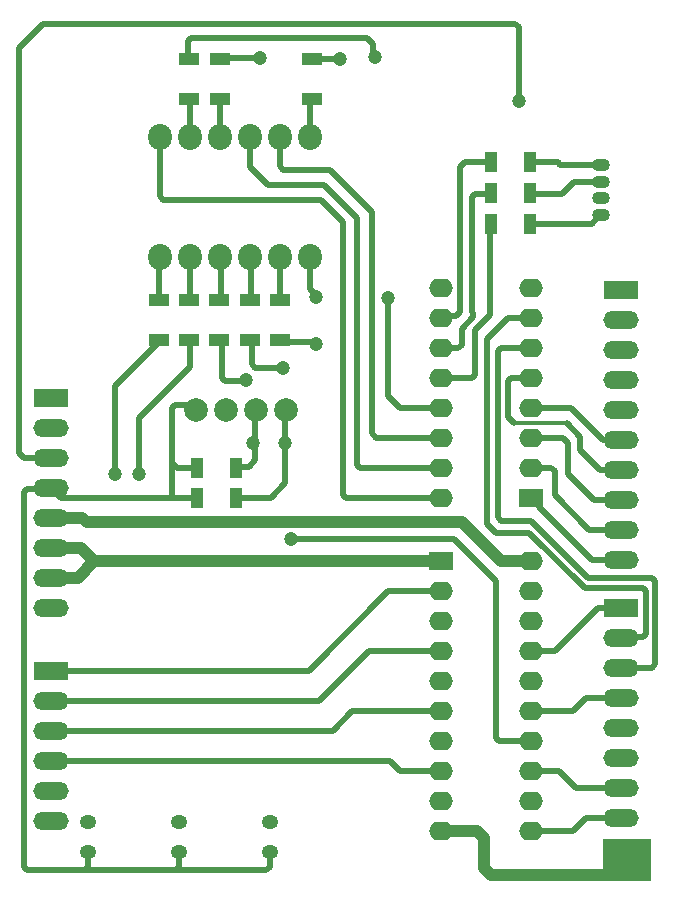
<source format=gbr>
G04*
G04 #@! TF.GenerationSoftware,Altium Limited,Altium Designer,24.2.2 (26)*
G04*
G04 Layer_Physical_Order=2*
G04 Layer_Color=16711680*
%FSLAX44Y44*%
%MOMM*%
G71*
G04*
G04 #@! TF.SameCoordinates,2868F377-7641-4E66-942F-0D50B4D8385F*
G04*
G04*
G04 #@! TF.FilePolarity,Positive*
G04*
G01*
G75*
%ADD14R,1.7000X1.0500*%
%ADD29C,0.5000*%
%ADD30C,1.0000*%
%ADD31C,0.3000*%
%ADD32R,4.0640X3.5560*%
%ADD33O,1.4000X1.2000*%
%ADD34O,2.0000X2.2000*%
%ADD35O,3.0000X1.5000*%
%ADD36R,3.0000X1.5000*%
%ADD37O,1.5000X1.1000*%
%ADD38O,2.0000X1.6000*%
%ADD39C,2.0000*%
%ADD40R,2.0000X1.6000*%
%ADD41C,1.2000*%
%ADD42R,1.0500X1.7000*%
D14*
X179705Y465570D02*
D03*
Y499070D02*
D03*
X231140Y465570D02*
D03*
Y499070D02*
D03*
X180340Y702830D02*
D03*
Y669330D02*
D03*
X128270Y465570D02*
D03*
Y499070D02*
D03*
X153988Y465570D02*
D03*
Y499070D02*
D03*
X205422Y465570D02*
D03*
Y499070D02*
D03*
X257810Y702830D02*
D03*
Y669330D02*
D03*
X153670Y702830D02*
D03*
Y669330D02*
D03*
D29*
X488950Y255270D02*
X538091D01*
X541020Y252341D01*
Y216341D02*
Y252341D01*
X538091Y213412D02*
X541020Y216341D01*
X519430Y213360D02*
X519482Y213412D01*
X538091D01*
X128905Y499070D02*
Y535305D01*
X206375Y499070D02*
Y535305D01*
X153670Y669330D02*
X154940Y668060D01*
Y637540D02*
Y668060D01*
X180340Y669330D02*
X180340Y669330D01*
X180340Y637540D02*
Y669330D01*
X281887Y703070D02*
X282127Y703309D01*
X258050Y703070D02*
X281887D01*
X257810Y702830D02*
X258050Y703070D01*
X181902Y704392D02*
X214023D01*
X180340Y702830D02*
X181902Y704392D01*
X214023D02*
X214511Y703905D01*
X256540Y668060D02*
X257810Y669330D01*
X256540Y637540D02*
Y668060D01*
X153050Y703450D02*
Y718431D01*
Y703450D02*
X153670Y702830D01*
X309677Y706323D02*
X311150Y704850D01*
X309677Y706323D02*
Y716221D01*
X304538Y721360D02*
X309677Y716221D01*
X155979Y721360D02*
X304538D01*
X153050Y718431D02*
X155979Y721360D01*
X393700Y488950D02*
Y586351D01*
X396629Y589280D01*
X408910D01*
X443220D02*
X469900D01*
X443220Y615950D02*
X466090D01*
X468540Y613500D02*
X502920D01*
X466090Y615950D02*
X468540Y613500D01*
X387350Y615950D02*
X408910D01*
X383540Y612140D02*
X387350Y615950D01*
X383540Y488950D02*
Y612140D01*
X379998Y485408D02*
X383540Y488950D01*
X368568Y485408D02*
X379998D01*
X367030Y483870D02*
X368568Y485408D01*
X393700Y488950D02*
X394169Y488481D01*
Y484339D02*
Y488481D01*
X384810Y474980D02*
X394169Y484339D01*
X381881Y458470D02*
X384810Y461399D01*
Y474980D01*
X367030Y458470D02*
X381881D01*
X408910Y486380D02*
Y562610D01*
X396240Y473710D02*
X408910Y486380D01*
X393311Y433070D02*
X396240Y435999D01*
Y473710D01*
X367030Y433070D02*
X393311D01*
X194270Y331470D02*
Y331470D01*
Y331470D02*
X223131D01*
X235650Y343989D01*
Y378460D01*
X235585Y378525D02*
X235650Y378460D01*
X145530Y331470D02*
X160770D01*
X145530Y331470D02*
X145530Y331470D01*
X140970Y331470D02*
X145530D01*
X143588Y356870D02*
X160770D01*
X139700Y360758D02*
X143588Y356870D01*
X194270D02*
Y358140D01*
X204470D01*
X210250Y363920D01*
Y378460D01*
X209550Y379160D02*
X210250Y378460D01*
X160020Y406400D02*
Y407880D01*
X159450Y408450D02*
X160020Y407880D01*
X235585Y378525D02*
Y405765D01*
X236220Y406400D01*
X209550Y379160D02*
Y405130D01*
X210820Y406400D01*
X443220Y563880D02*
X494991D01*
X499463Y568352D02*
Y568772D01*
X501773Y571082D02*
X502920D01*
X494991Y563880D02*
X499463Y568352D01*
Y568772D02*
X501773Y571082D01*
X479980Y599360D02*
X502920D01*
X469900Y589280D02*
X479980Y599360D01*
X427109Y433070D02*
X443230D01*
X424180Y430141D02*
X427109Y433070D01*
X424180Y400050D02*
Y430141D01*
Y400050D02*
X429260Y394970D01*
X424180Y483870D02*
X443230D01*
X406400Y466090D02*
X424180Y483870D01*
X406400Y309880D02*
Y466090D01*
Y309880D02*
X414020Y302260D01*
X441960D01*
X488950Y255270D01*
X504190Y381000D02*
X519430D01*
X477520Y407670D02*
X504190Y381000D01*
X443230Y407670D02*
X477520D01*
X312809Y382270D02*
X367030D01*
X231140Y612529D02*
Y637540D01*
Y612529D02*
X234069Y609600D01*
X273050D01*
X308610Y574040D01*
Y386469D02*
Y574040D01*
Y386469D02*
X312809Y382270D01*
X287409Y331470D02*
X367030D01*
X129540Y587129D02*
Y637540D01*
Y587129D02*
X132469Y584200D01*
X265430D01*
X284480Y565150D01*
Y334399D02*
Y565150D01*
Y334399D02*
X287409Y331470D01*
X298839Y356870D02*
X367030D01*
X205740Y612140D02*
Y637540D01*
Y612140D02*
X220980Y596900D01*
X267970D01*
X295910Y568960D01*
Y359799D02*
Y568960D01*
Y359799D02*
X298839Y356870D01*
X333129Y407670D02*
X367030D01*
X367030Y407670D01*
X322620Y418179D02*
Y501201D01*
Y418179D02*
X333129Y407670D01*
X492760Y304800D02*
X519430D01*
X463550Y334010D02*
X492760Y304800D01*
X463550Y334010D02*
Y353941D01*
X460621Y356870D02*
X463550Y353941D01*
X443230Y356870D02*
X460621D01*
X496570Y330200D02*
X519430D01*
X474980Y351790D02*
X496570Y330200D01*
X474980Y351790D02*
Y378071D01*
X470781Y382270D02*
X474980Y378071D01*
X443230Y382270D02*
X470781D01*
X418219Y458470D02*
X443230D01*
X415290Y455541D02*
X418219Y458470D01*
X415290Y315349D02*
Y455541D01*
Y315349D02*
X418219Y312420D01*
X443230D01*
X491490Y264160D01*
X545711D01*
X548640Y261231D01*
Y190889D02*
Y261231D01*
X545711Y187960D02*
X548640Y190889D01*
X519430Y187960D02*
X545711D01*
X450483Y324217D02*
Y325970D01*
X444983Y331470D02*
X450483Y325970D01*
X443230Y331470D02*
X444983D01*
X495300Y279400D02*
X519430D01*
X450483Y324217D02*
X495300Y279400D01*
X139700Y332740D02*
Y360758D01*
Y407281D01*
X45720Y331470D02*
X139700D01*
Y332740D02*
X140970Y331470D01*
X36830Y340360D02*
X45720Y331470D01*
X16899Y339090D02*
X36830D01*
X91440Y350520D02*
Y426690D01*
X128270Y463520D01*
X111760Y354330D02*
Y399019D01*
X154940Y442199D01*
Y463520D01*
X414020Y128659D02*
Y261620D01*
X240030Y297180D02*
X378460D01*
X414020Y261620D01*
X209939Y441960D02*
X233680D01*
X207010Y444889D02*
X209939Y441960D01*
X200660Y430530D02*
X201930Y431800D01*
X184539Y430530D02*
X200660D01*
X181610Y433459D02*
Y463520D01*
Y433459D02*
X184539Y430530D01*
X433070Y668020D02*
Y729861D01*
X30480Y732790D02*
X430141D01*
X433070Y729861D01*
X10160Y369959D02*
Y712470D01*
X30480Y732790D01*
X10160Y369959D02*
X14359Y365760D01*
X36830D01*
X13970Y19439D02*
X16899Y16510D01*
X66040D01*
X13970Y19439D02*
Y336161D01*
X142486Y16510D02*
X219321D01*
X66040D02*
X142486D01*
X222250Y19439D02*
Y31750D01*
X219321Y16510D02*
X222250Y19439D01*
X68580Y19050D02*
Y31750D01*
X66040Y16510D02*
X68580Y19050D01*
X145415Y19439D02*
Y31750D01*
X142486Y16510D02*
X145415Y19439D01*
X13970Y336161D02*
X16899Y339090D01*
X142629Y410210D02*
X157690D01*
X139700Y407281D02*
X142629Y410210D01*
X157690D02*
X159450Y408450D01*
X260380Y463520D02*
X261620Y462280D01*
X231140Y463520D02*
X260380D01*
X414020Y128659D02*
X416949Y125730D01*
X443230D01*
X207010Y444889D02*
Y463520D01*
X256540Y508814D02*
Y535940D01*
X261620Y501650D02*
Y503734D01*
X256540Y508814D02*
X261620Y503734D01*
X473710Y394970D02*
X485140Y383540D01*
Y372110D02*
X501650Y355600D01*
X485140Y372110D02*
Y383540D01*
X501650Y355600D02*
X519430D01*
X322580Y252730D02*
X367030D01*
X255270Y185420D02*
X322580Y252730D01*
X36830Y185420D02*
X255270D01*
X306070Y201930D02*
X367030D01*
X264160Y160020D02*
X306070Y201930D01*
X36830Y160020D02*
X264160D01*
X292100Y151130D02*
X367030D01*
X36830Y134620D02*
X275590D01*
X292100Y151130D01*
X332740Y100330D02*
X367030D01*
X36830Y109220D02*
X323850D01*
X332740Y100330D01*
X443230Y49530D02*
X478790D01*
X490220Y60960D02*
X519430D01*
X478790Y49530D02*
X490220Y60960D01*
X481330Y86360D02*
X519430D01*
X467360Y100330D02*
X481330Y86360D01*
X443230Y100330D02*
X467360D01*
X443230Y151130D02*
X478790D01*
X490220Y162560D02*
X519430D01*
X478790Y151130D02*
X490220Y162560D01*
X443230Y201930D02*
X463550D01*
X500380Y238760D02*
X519430D01*
X463550Y201930D02*
X500380Y238760D01*
X231140Y499070D02*
Y535940D01*
X205740D02*
X206375Y535305D01*
X180340Y535940D02*
X180975Y535305D01*
Y499110D02*
Y535305D01*
X154940Y499110D02*
Y535940D01*
X128905Y535305D02*
X129540Y535940D01*
D30*
X36830Y264160D02*
X59690D01*
X73660Y278130D01*
X36830Y314960D02*
X63500D01*
X67310Y311150D02*
X384810D01*
X63500Y314960D02*
X67310Y311150D01*
X36830Y289560D02*
X62230D01*
X73660Y278130D02*
X367030D01*
X62230Y289560D02*
X73660Y278130D01*
X367030Y49530D02*
X398002D01*
X537210Y15240D02*
X539750Y17780D01*
X514350Y15240D02*
X537210D01*
X509270Y12700D02*
X514350Y17780D01*
X403860Y18558D02*
Y43672D01*
X409718Y12700D02*
X509270D01*
X403860Y18558D02*
X409718Y12700D01*
X398002Y49530D02*
X403860Y43672D01*
X384810Y311150D02*
X417830Y278130D01*
X443230D01*
D31*
X429260Y394970D02*
X473710D01*
D32*
X524510Y25400D02*
D03*
D33*
X68580Y32050D02*
D03*
Y57450D02*
D03*
X145415Y32050D02*
D03*
Y57450D02*
D03*
X222250Y32050D02*
D03*
Y57450D02*
D03*
D34*
X129540Y535940D02*
D03*
X154940D02*
D03*
X180340D02*
D03*
X129540Y637540D02*
D03*
X154940D02*
D03*
X180340D02*
D03*
X205740Y535940D02*
D03*
X231140D02*
D03*
X256540D02*
D03*
X205740Y637540D02*
D03*
X231140D02*
D03*
X256540D02*
D03*
D35*
X36830Y238760D02*
D03*
Y264160D02*
D03*
Y289560D02*
D03*
Y314960D02*
D03*
Y340360D02*
D03*
Y365760D02*
D03*
Y391160D02*
D03*
X519430Y213360D02*
D03*
Y187960D02*
D03*
Y162560D02*
D03*
Y137160D02*
D03*
Y111760D02*
D03*
Y86360D02*
D03*
Y60960D02*
D03*
X36830Y58420D02*
D03*
Y83820D02*
D03*
Y109220D02*
D03*
Y134620D02*
D03*
Y160020D02*
D03*
X519430Y482600D02*
D03*
Y457200D02*
D03*
Y431800D02*
D03*
Y406400D02*
D03*
Y381000D02*
D03*
Y355600D02*
D03*
Y330200D02*
D03*
Y304800D02*
D03*
Y279400D02*
D03*
D36*
X36830Y416560D02*
D03*
X519430Y238760D02*
D03*
X36830Y185420D02*
D03*
X519430Y508000D02*
D03*
D37*
X502920Y571082D02*
D03*
Y585221D02*
D03*
Y599360D02*
D03*
Y613500D02*
D03*
D38*
X367030Y483870D02*
D03*
Y458470D02*
D03*
Y433070D02*
D03*
X443230Y356870D02*
D03*
Y382270D02*
D03*
Y407670D02*
D03*
Y433070D02*
D03*
Y458470D02*
D03*
Y483870D02*
D03*
X367030Y331470D02*
D03*
Y356870D02*
D03*
Y382270D02*
D03*
Y407670D02*
D03*
X443230Y509270D02*
D03*
X367030D02*
D03*
X443230Y49530D02*
D03*
Y74930D02*
D03*
X367030Y49530D02*
D03*
Y252730D02*
D03*
Y227330D02*
D03*
Y201930D02*
D03*
Y176530D02*
D03*
Y151130D02*
D03*
Y125730D02*
D03*
X443230Y278130D02*
D03*
Y252730D02*
D03*
Y227330D02*
D03*
Y201930D02*
D03*
Y176530D02*
D03*
Y151130D02*
D03*
Y125730D02*
D03*
X367030Y100330D02*
D03*
X443230D02*
D03*
X367030Y74930D02*
D03*
D39*
X160020Y406400D02*
D03*
X185420D02*
D03*
X210820D02*
D03*
X236220D02*
D03*
D40*
X443230Y331470D02*
D03*
X367030Y278130D02*
D03*
D41*
X208280Y378460D02*
D03*
X234950D02*
D03*
X91440Y351790D02*
D03*
X111760D02*
D03*
X537210Y16510D02*
D03*
X514350D02*
D03*
Y34290D02*
D03*
X537210D02*
D03*
X240030Y297180D02*
D03*
X233680Y441960D02*
D03*
X201930Y431800D02*
D03*
X311150Y704850D02*
D03*
X433070Y668020D02*
D03*
X214511Y703905D02*
D03*
X261620Y462280D02*
D03*
X322620Y501201D02*
D03*
X261620Y501650D02*
D03*
X282127Y703309D02*
D03*
D42*
X409720Y589915D02*
D03*
X443220D02*
D03*
X409720Y615950D02*
D03*
X443220D02*
D03*
X409720Y563880D02*
D03*
X443220D02*
D03*
X160770Y331470D02*
D03*
X194270D02*
D03*
X160770Y356870D02*
D03*
X194270D02*
D03*
M02*

</source>
